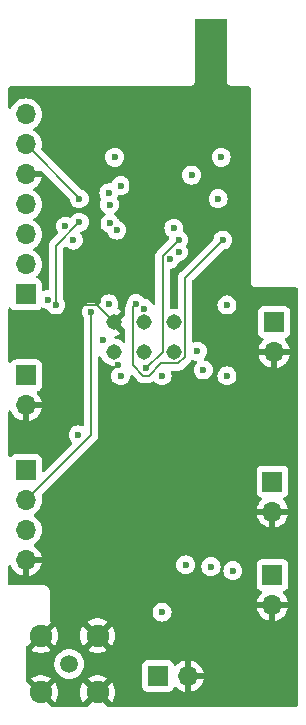
<source format=gbr>
%TF.GenerationSoftware,KiCad,Pcbnew,8.0.3-1.fc40*%
%TF.CreationDate,2024-06-24T14:15:41-04:00*%
%TF.ProjectId,OS42Micro,4f533432-4d69-4637-926f-2e6b69636164,rev?*%
%TF.SameCoordinates,Original*%
%TF.FileFunction,Copper,L3,Inr*%
%TF.FilePolarity,Positive*%
%FSLAX46Y46*%
G04 Gerber Fmt 4.6, Leading zero omitted, Abs format (unit mm)*
G04 Created by KiCad (PCBNEW 8.0.3-1.fc40) date 2024-06-24 14:15:41*
%MOMM*%
%LPD*%
G01*
G04 APERTURE LIST*
%TA.AperFunction,ComponentPad*%
%ADD10R,1.700000X1.700000*%
%TD*%
%TA.AperFunction,ComponentPad*%
%ADD11O,1.700000X1.700000*%
%TD*%
%TA.AperFunction,ComponentPad*%
%ADD12C,1.508000*%
%TD*%
%TA.AperFunction,ComponentPad*%
%ADD13C,1.920000*%
%TD*%
%TA.AperFunction,ComponentPad*%
%ADD14C,1.308000*%
%TD*%
%TA.AperFunction,ViaPad*%
%ADD15C,0.600000*%
%TD*%
%TA.AperFunction,Conductor*%
%ADD16C,0.200000*%
%TD*%
G04 APERTURE END LIST*
D10*
%TO.N,RESET*%
%TO.C,RST1*%
X134000000Y-125960000D03*
D11*
%TO.N,GND*%
X134000000Y-128500000D03*
%TD*%
D10*
%TO.N,VCC*%
%TO.C,PO1*%
X154850000Y-142850000D03*
D11*
%TO.N,GND*%
X154850000Y-145390000D03*
%TD*%
D10*
%TO.N,GPSFREEZE_1*%
%TO.C,GF1*%
X155000000Y-121460000D03*
D11*
%TO.N,GND*%
X155000000Y-124000000D03*
%TD*%
D10*
%TO.N,PWRIN_VCC*%
%TO.C,PWR1*%
X145150000Y-151425000D03*
D11*
%TO.N,GND*%
X147690000Y-151425000D03*
%TD*%
D10*
%TO.N,A4*%
%TO.C,GPIO1*%
X133975000Y-119100000D03*
D11*
%TO.N,A5*%
X133975000Y-116560000D03*
%TO.N,A3*%
X133975000Y-114020000D03*
%TO.N,D4*%
X133975000Y-111480000D03*
%TO.N,GND*%
X133975000Y-108940000D03*
%TO.N,D1*%
X133975000Y-106400000D03*
%TO.N,D0*%
X133975000Y-103860000D03*
%TD*%
D12*
%TO.N,Net-(U2-ANT)*%
%TO.C,J5*%
X137637500Y-150400000D03*
D13*
%TO.N,GND*%
X135237500Y-148000000D03*
X135237500Y-152800000D03*
X140037500Y-152800000D03*
X140037500Y-148000000D03*
%TD*%
D10*
%TO.N,VCC*%
%TO.C,PO2*%
X154850000Y-134950000D03*
D11*
%TO.N,GND*%
X154850000Y-137490000D03*
%TD*%
D10*
%TO.N,PWRIN_VCC*%
%TO.C,UART1*%
X134000000Y-133960000D03*
D11*
%TO.N,RXD*%
X134000000Y-136500000D03*
%TO.N,TXD*%
X134000000Y-139040000D03*
%TO.N,GND*%
X134000000Y-141580000D03*
%TD*%
D14*
%TO.N,GND*%
%TO.C,U5*%
X141420000Y-121460000D03*
%TO.N,MISO*%
X146500000Y-124000000D03*
%TO.N,MOSI*%
X143960000Y-121460000D03*
%TO.N,RESET*%
X141420000Y-124000000D03*
%TO.N,SCK*%
X143960000Y-124000000D03*
%TO.N,VCC_PROG*%
X146500000Y-121460000D03*
%TD*%
D15*
%TO.N,GND*%
X142400000Y-150600000D03*
X137000000Y-107900000D03*
X141500000Y-138000000D03*
X148600000Y-132200000D03*
X142991263Y-109900001D03*
X148600000Y-139200000D03*
X142600000Y-153200000D03*
X141200000Y-105800000D03*
X144000000Y-114000000D03*
X137600000Y-152800000D03*
X152800000Y-127200000D03*
X140325735Y-138674265D03*
X149400000Y-148800000D03*
X152500000Y-129000000D03*
X151800000Y-105800000D03*
X155000000Y-147500000D03*
X140053554Y-119653554D03*
X139400000Y-106400000D03*
X156500000Y-126000000D03*
X144600000Y-107000000D03*
X137500000Y-119500000D03*
X152000000Y-124600000D03*
X141774000Y-125098365D03*
X137600000Y-141400000D03*
X135000000Y-150200000D03*
X156500000Y-119000000D03*
X149000000Y-153400000D03*
X153500000Y-119000000D03*
X140500000Y-141800000D03*
X148200000Y-105800000D03*
X135300000Y-121600000D03*
X156500000Y-132500000D03*
X142800000Y-148200000D03*
X151800000Y-112000000D03*
X152500000Y-101800000D03*
X137400000Y-138200000D03*
X152500000Y-136000000D03*
X150400000Y-146800000D03*
X138200000Y-105500000D03*
X142800000Y-146600000D03*
X154000000Y-141000000D03*
X153500000Y-132000000D03*
X156500000Y-130500000D03*
X156500000Y-127000000D03*
X148465641Y-101443761D03*
X151400000Y-133800000D03*
X143500000Y-115500000D03*
X140000000Y-150400000D03*
X139600000Y-108400000D03*
%TO.N,VCC*%
X149000000Y-125500000D03*
X145500000Y-146000000D03*
X150500000Y-107500000D03*
X151000000Y-126000000D03*
X148500000Y-123925000D03*
X151000000Y-120000000D03*
%TO.N,Net-(U4-AREF)*%
X150647500Y-114500000D03*
X143323340Y-119893249D03*
%TO.N,VCC_PROG*%
X148000000Y-109000000D03*
X146146000Y-116124265D03*
%TO.N,Net-(D2-A)*%
X144008042Y-120306997D03*
X140500000Y-123000000D03*
%TO.N,RXD*%
X139500000Y-120600000D03*
X141098529Y-113098529D03*
%TO.N,TXD*%
X141000000Y-119900000D03*
X141664216Y-113664216D03*
%TO.N,RESET*%
X138500000Y-113000000D03*
X136500000Y-120000000D03*
%TO.N,A4*%
X138000000Y-114500000D03*
%TO.N,A5*%
X137325735Y-113325735D03*
%TO.N,D4*%
X142000000Y-109900000D03*
%TO.N,D1*%
X138500000Y-111000000D03*
%TO.N,BATTREAD*%
X135834358Y-119556239D03*
X138400000Y-131000000D03*
%TO.N,NSS*%
X146900000Y-114500000D03*
X144124265Y-125375735D03*
%TO.N,Net-(U4-PD6)*%
X141056413Y-111494707D03*
%TO.N,MOSI*%
X146900000Y-115500000D03*
%TO.N,SCK*%
X145500000Y-126000000D03*
%TO.N,RESET_TX*%
X142000000Y-126000000D03*
X146500000Y-113500000D03*
%TO.N,DIO2*%
X150247500Y-111000000D03*
X151500000Y-142500000D03*
%TO.N,DIO1*%
X149647500Y-142147500D03*
X141500000Y-107500000D03*
%TO.N,DIO0*%
X141000000Y-110500000D03*
X147500000Y-142000000D03*
%TD*%
D16*
%TO.N,GND*%
X137500000Y-119500000D02*
X138000000Y-120000000D01*
X138000000Y-120000000D02*
X139960000Y-120000000D01*
X139960000Y-120000000D02*
X139960000Y-119747108D01*
X139960000Y-119747108D02*
X140053554Y-119653554D01*
X139960000Y-120000000D02*
X141420000Y-121460000D01*
%TO.N,Net-(U4-AREF)*%
X150647500Y-114500000D02*
X147454000Y-117693500D01*
X143875736Y-125975735D02*
X143006000Y-125105999D01*
X143006000Y-125105999D02*
X143006000Y-120210589D01*
X147454000Y-117693500D02*
X147454000Y-124395160D01*
X145394529Y-124954000D02*
X144372794Y-125975735D01*
X146895160Y-124954000D02*
X145394529Y-124954000D01*
X144372794Y-125975735D02*
X143875736Y-125975735D01*
X147454000Y-124395160D02*
X146895160Y-124954000D01*
X143006000Y-120210589D02*
X143323340Y-119893249D01*
%TO.N,RXD*%
X134000000Y-136500000D02*
X139500000Y-131000000D01*
X139500000Y-131000000D02*
X139500000Y-120600000D01*
%TO.N,RESET*%
X136500000Y-120000000D02*
X136500000Y-115000000D01*
X136500000Y-115000000D02*
X138500000Y-113000000D01*
%TO.N,D1*%
X138500000Y-110925000D02*
X138500000Y-111000000D01*
X133975000Y-106400000D02*
X138500000Y-110925000D01*
%TO.N,NSS*%
X145546000Y-115854000D02*
X146900000Y-114500000D01*
X145546000Y-123954000D02*
X145546000Y-115854000D01*
X144124265Y-125375735D02*
X145546000Y-123954000D01*
%TD*%
%TA.AperFunction,Conductor*%
%TO.N,GND*%
G36*
X150942539Y-95770185D02*
G01*
X150988294Y-95822989D01*
X150999500Y-95874500D01*
X150999500Y-101065891D01*
X151033608Y-101193187D01*
X151066554Y-101250250D01*
X151099500Y-101307314D01*
X151192686Y-101400500D01*
X151306814Y-101466392D01*
X151434108Y-101500500D01*
X152875500Y-101500500D01*
X152942539Y-101520185D01*
X152988294Y-101572989D01*
X152999500Y-101624500D01*
X152999500Y-118065891D01*
X153033608Y-118193187D01*
X153038771Y-118202129D01*
X153099500Y-118307314D01*
X153192686Y-118400500D01*
X153306814Y-118466392D01*
X153434108Y-118500500D01*
X156875500Y-118500500D01*
X156942539Y-118520185D01*
X156988294Y-118572989D01*
X156999500Y-118624500D01*
X156999500Y-153875500D01*
X156979815Y-153942539D01*
X156927011Y-153988294D01*
X156875500Y-153999500D01*
X140934809Y-153999500D01*
X140867770Y-153979815D01*
X140847128Y-153963181D01*
X140277335Y-153393388D01*
X140340654Y-153367161D01*
X140445476Y-153297121D01*
X140534621Y-153207976D01*
X140604661Y-153103154D01*
X140630888Y-153039835D01*
X141232035Y-153640983D01*
X141325934Y-153497262D01*
X141325935Y-153497260D01*
X141423126Y-153275684D01*
X141482523Y-153041128D01*
X141502504Y-152800005D01*
X141502504Y-152799994D01*
X141482523Y-152558871D01*
X141423126Y-152324315D01*
X141325932Y-152102733D01*
X141232035Y-151959015D01*
X140630887Y-152560163D01*
X140604661Y-152496846D01*
X140534621Y-152392024D01*
X140445476Y-152302879D01*
X140340654Y-152232839D01*
X140277335Y-152206611D01*
X140879052Y-151604893D01*
X140838778Y-151573546D01*
X140625986Y-151458388D01*
X140625981Y-151458386D01*
X140397140Y-151379825D01*
X140158478Y-151340000D01*
X139916522Y-151340000D01*
X139677859Y-151379825D01*
X139449018Y-151458386D01*
X139449013Y-151458388D01*
X139236221Y-151573547D01*
X139195946Y-151604893D01*
X139195945Y-151604893D01*
X139797664Y-152206611D01*
X139734346Y-152232839D01*
X139629524Y-152302879D01*
X139540379Y-152392024D01*
X139470339Y-152496846D01*
X139444112Y-152560164D01*
X138842963Y-151959015D01*
X138749066Y-152102735D01*
X138651873Y-152324315D01*
X138592476Y-152558871D01*
X138572496Y-152799994D01*
X138572496Y-152800005D01*
X138592476Y-153041128D01*
X138651873Y-153275684D01*
X138749065Y-153497261D01*
X138842963Y-153640983D01*
X139444111Y-153039834D01*
X139470339Y-153103154D01*
X139540379Y-153207976D01*
X139629524Y-153297121D01*
X139734346Y-153367161D01*
X139797664Y-153393388D01*
X139227871Y-153963181D01*
X139166548Y-153996666D01*
X139140190Y-153999500D01*
X136134809Y-153999500D01*
X136067770Y-153979815D01*
X136047128Y-153963181D01*
X135477335Y-153393388D01*
X135540654Y-153367161D01*
X135645476Y-153297121D01*
X135734621Y-153207976D01*
X135804661Y-153103154D01*
X135830887Y-153039835D01*
X136432035Y-153640983D01*
X136525934Y-153497262D01*
X136525935Y-153497260D01*
X136623126Y-153275684D01*
X136682523Y-153041128D01*
X136702504Y-152800005D01*
X136702504Y-152799994D01*
X136682523Y-152558871D01*
X136623126Y-152324315D01*
X136525932Y-152102733D01*
X136432035Y-151959015D01*
X135830887Y-152560163D01*
X135804661Y-152496846D01*
X135734621Y-152392024D01*
X135645476Y-152302879D01*
X135540654Y-152232839D01*
X135477335Y-152206611D01*
X136079052Y-151604893D01*
X136038778Y-151573546D01*
X135825986Y-151458388D01*
X135825981Y-151458386D01*
X135597140Y-151379825D01*
X135358478Y-151340000D01*
X135116522Y-151340000D01*
X134877859Y-151379825D01*
X134649018Y-151458386D01*
X134649013Y-151458388D01*
X134436221Y-151573547D01*
X134395946Y-151604893D01*
X134395945Y-151604893D01*
X134997664Y-152206611D01*
X134934346Y-152232839D01*
X134829524Y-152302879D01*
X134740379Y-152392024D01*
X134670339Y-152496846D01*
X134644111Y-152560164D01*
X134036819Y-151952872D01*
X134003334Y-151891549D01*
X134000500Y-151865191D01*
X134000500Y-150399997D01*
X136378208Y-150399997D01*
X136378208Y-150400002D01*
X136390668Y-150542431D01*
X136397339Y-150618674D01*
X136454153Y-150830703D01*
X136454154Y-150830706D01*
X136454155Y-150830708D01*
X136546919Y-151029642D01*
X136546923Y-151029650D01*
X136672822Y-151209452D01*
X136672827Y-151209458D01*
X136828041Y-151364672D01*
X136828047Y-151364677D01*
X137007849Y-151490576D01*
X137007851Y-151490577D01*
X137007854Y-151490579D01*
X137206797Y-151583347D01*
X137418826Y-151640161D01*
X137575021Y-151653826D01*
X137637498Y-151659292D01*
X137637500Y-151659292D01*
X137637502Y-151659292D01*
X137692168Y-151654509D01*
X137856174Y-151640161D01*
X138068203Y-151583347D01*
X138267146Y-151490579D01*
X138446957Y-151364674D01*
X138602174Y-151209457D01*
X138728079Y-151029646D01*
X138820847Y-150830703D01*
X138877661Y-150618674D01*
X138885669Y-150527135D01*
X143799500Y-150527135D01*
X143799500Y-152322870D01*
X143799501Y-152322876D01*
X143805908Y-152382483D01*
X143856202Y-152517328D01*
X143856206Y-152517335D01*
X143942452Y-152632544D01*
X143942455Y-152632547D01*
X144057664Y-152718793D01*
X144057671Y-152718797D01*
X144192517Y-152769091D01*
X144192516Y-152769091D01*
X144199444Y-152769835D01*
X144252127Y-152775500D01*
X146047872Y-152775499D01*
X146107483Y-152769091D01*
X146242331Y-152718796D01*
X146357546Y-152632546D01*
X146443796Y-152517331D01*
X146493002Y-152385401D01*
X146534872Y-152329468D01*
X146600337Y-152305050D01*
X146668610Y-152319901D01*
X146696865Y-152341053D01*
X146818917Y-152463105D01*
X147012421Y-152598600D01*
X147226507Y-152698429D01*
X147226516Y-152698433D01*
X147440000Y-152755634D01*
X147440000Y-151858012D01*
X147497007Y-151890925D01*
X147624174Y-151925000D01*
X147755826Y-151925000D01*
X147882993Y-151890925D01*
X147940000Y-151858012D01*
X147940000Y-152755633D01*
X148153483Y-152698433D01*
X148153492Y-152698429D01*
X148367578Y-152598600D01*
X148561082Y-152463105D01*
X148728105Y-152296082D01*
X148863600Y-152102578D01*
X148963429Y-151888492D01*
X148963432Y-151888486D01*
X149020636Y-151675000D01*
X148123012Y-151675000D01*
X148155925Y-151617993D01*
X148190000Y-151490826D01*
X148190000Y-151359174D01*
X148155925Y-151232007D01*
X148123012Y-151175000D01*
X149020636Y-151175000D01*
X149020635Y-151174999D01*
X148963432Y-150961513D01*
X148963429Y-150961507D01*
X148863600Y-150747422D01*
X148863599Y-150747420D01*
X148728113Y-150553926D01*
X148728108Y-150553920D01*
X148561082Y-150386894D01*
X148367578Y-150251399D01*
X148153492Y-150151570D01*
X148153486Y-150151567D01*
X147940000Y-150094364D01*
X147940000Y-150991988D01*
X147882993Y-150959075D01*
X147755826Y-150925000D01*
X147624174Y-150925000D01*
X147497007Y-150959075D01*
X147440000Y-150991988D01*
X147440000Y-150094364D01*
X147439999Y-150094364D01*
X147226513Y-150151567D01*
X147226507Y-150151570D01*
X147012422Y-150251399D01*
X147012420Y-150251400D01*
X146818926Y-150386886D01*
X146696865Y-150508947D01*
X146635542Y-150542431D01*
X146565850Y-150537447D01*
X146509917Y-150495575D01*
X146493002Y-150464598D01*
X146443797Y-150332671D01*
X146443793Y-150332664D01*
X146357547Y-150217455D01*
X146357544Y-150217452D01*
X146242335Y-150131206D01*
X146242328Y-150131202D01*
X146107482Y-150080908D01*
X146107483Y-150080908D01*
X146047883Y-150074501D01*
X146047881Y-150074500D01*
X146047873Y-150074500D01*
X146047864Y-150074500D01*
X144252129Y-150074500D01*
X144252123Y-150074501D01*
X144192516Y-150080908D01*
X144057671Y-150131202D01*
X144057664Y-150131206D01*
X143942455Y-150217452D01*
X143942452Y-150217455D01*
X143856206Y-150332664D01*
X143856202Y-150332671D01*
X143805908Y-150467517D01*
X143799501Y-150527116D01*
X143799500Y-150527135D01*
X138885669Y-150527135D01*
X138896792Y-150400000D01*
X138895645Y-150386894D01*
X138889617Y-150317997D01*
X138877661Y-150181326D01*
X138820847Y-149969297D01*
X138728079Y-149770354D01*
X138728077Y-149770351D01*
X138728076Y-149770349D01*
X138602177Y-149590547D01*
X138602172Y-149590541D01*
X138446958Y-149435327D01*
X138446952Y-149435322D01*
X138267150Y-149309423D01*
X138267142Y-149309419D01*
X138068208Y-149216655D01*
X138068206Y-149216654D01*
X138068203Y-149216653D01*
X137917385Y-149176240D01*
X137856175Y-149159839D01*
X137856168Y-149159838D01*
X137637502Y-149140708D01*
X137637498Y-149140708D01*
X137418831Y-149159838D01*
X137418824Y-149159839D01*
X137296402Y-149192642D01*
X137206797Y-149216653D01*
X137206795Y-149216653D01*
X137206791Y-149216655D01*
X137007857Y-149309419D01*
X137007849Y-149309423D01*
X136828047Y-149435322D01*
X136828041Y-149435327D01*
X136672827Y-149590541D01*
X136672822Y-149590547D01*
X136546923Y-149770349D01*
X136546919Y-149770357D01*
X136454155Y-149969291D01*
X136397339Y-150181324D01*
X136397338Y-150181331D01*
X136378208Y-150399997D01*
X134000500Y-150399997D01*
X134000500Y-148934808D01*
X134020185Y-148867769D01*
X134036819Y-148847127D01*
X134644111Y-148239834D01*
X134670339Y-148303154D01*
X134740379Y-148407976D01*
X134829524Y-148497121D01*
X134934346Y-148567161D01*
X134997664Y-148593387D01*
X134395946Y-149195105D01*
X134436220Y-149226452D01*
X134649013Y-149341611D01*
X134649018Y-149341613D01*
X134877859Y-149420174D01*
X135116522Y-149460000D01*
X135358478Y-149460000D01*
X135597140Y-149420174D01*
X135825981Y-149341613D01*
X135825986Y-149341611D01*
X136038784Y-149226449D01*
X136038785Y-149226448D01*
X136079052Y-149195106D01*
X136079053Y-149195105D01*
X135477335Y-148593388D01*
X135540654Y-148567161D01*
X135645476Y-148497121D01*
X135734621Y-148407976D01*
X135804661Y-148303154D01*
X135830887Y-148239835D01*
X136432035Y-148840983D01*
X136525934Y-148697262D01*
X136525935Y-148697260D01*
X136623126Y-148475684D01*
X136682523Y-148241128D01*
X136702504Y-148000005D01*
X136702504Y-147999994D01*
X138572496Y-147999994D01*
X138572496Y-148000005D01*
X138592476Y-148241128D01*
X138651873Y-148475684D01*
X138749065Y-148697261D01*
X138842963Y-148840983D01*
X139444111Y-148239834D01*
X139470339Y-148303154D01*
X139540379Y-148407976D01*
X139629524Y-148497121D01*
X139734346Y-148567161D01*
X139797664Y-148593387D01*
X139195946Y-149195105D01*
X139236220Y-149226452D01*
X139449013Y-149341611D01*
X139449018Y-149341613D01*
X139677859Y-149420174D01*
X139916522Y-149460000D01*
X140158478Y-149460000D01*
X140397140Y-149420174D01*
X140625981Y-149341613D01*
X140625986Y-149341611D01*
X140838784Y-149226449D01*
X140838785Y-149226448D01*
X140879052Y-149195106D01*
X140879053Y-149195105D01*
X140277335Y-148593388D01*
X140340654Y-148567161D01*
X140445476Y-148497121D01*
X140534621Y-148407976D01*
X140604661Y-148303154D01*
X140630888Y-148239835D01*
X141232035Y-148840983D01*
X141325934Y-148697262D01*
X141325935Y-148697260D01*
X141423126Y-148475684D01*
X141482523Y-148241128D01*
X141502504Y-148000005D01*
X141502504Y-147999994D01*
X141482523Y-147758871D01*
X141423126Y-147524315D01*
X141325932Y-147302733D01*
X141232035Y-147159015D01*
X140630887Y-147760163D01*
X140604661Y-147696846D01*
X140534621Y-147592024D01*
X140445476Y-147502879D01*
X140340654Y-147432839D01*
X140277335Y-147406611D01*
X140879052Y-146804893D01*
X140838778Y-146773546D01*
X140625986Y-146658388D01*
X140625981Y-146658386D01*
X140397140Y-146579825D01*
X140158478Y-146540000D01*
X139916522Y-146540000D01*
X139677859Y-146579825D01*
X139449018Y-146658386D01*
X139449013Y-146658388D01*
X139236221Y-146773547D01*
X139195946Y-146804893D01*
X139195945Y-146804893D01*
X139797664Y-147406611D01*
X139734346Y-147432839D01*
X139629524Y-147502879D01*
X139540379Y-147592024D01*
X139470339Y-147696846D01*
X139444112Y-147760164D01*
X138842963Y-147159015D01*
X138749066Y-147302735D01*
X138651873Y-147524315D01*
X138592476Y-147758871D01*
X138572496Y-147999994D01*
X136702504Y-147999994D01*
X136682523Y-147758871D01*
X136623126Y-147524315D01*
X136525932Y-147302733D01*
X136432035Y-147159015D01*
X135830887Y-147760163D01*
X135804661Y-147696846D01*
X135734621Y-147592024D01*
X135645476Y-147502879D01*
X135540654Y-147432839D01*
X135477334Y-147406611D01*
X136079052Y-146804893D01*
X136038777Y-146773545D01*
X136034480Y-146770738D01*
X136035781Y-146768746D01*
X135993237Y-146726495D01*
X135978150Y-146658274D01*
X135982087Y-146634610D01*
X136000500Y-146565892D01*
X136000500Y-145999996D01*
X144694435Y-145999996D01*
X144694435Y-146000003D01*
X144714630Y-146179249D01*
X144714631Y-146179254D01*
X144774211Y-146349523D01*
X144823588Y-146428105D01*
X144870184Y-146502262D01*
X144997738Y-146629816D01*
X145150478Y-146725789D01*
X145152496Y-146726495D01*
X145320745Y-146785368D01*
X145320750Y-146785369D01*
X145499996Y-146805565D01*
X145500000Y-146805565D01*
X145500004Y-146805565D01*
X145679249Y-146785369D01*
X145679252Y-146785368D01*
X145679255Y-146785368D01*
X145849522Y-146725789D01*
X146002262Y-146629816D01*
X146129816Y-146502262D01*
X146225789Y-146349522D01*
X146285368Y-146179255D01*
X146297951Y-146067578D01*
X146305565Y-146000003D01*
X146305565Y-145999996D01*
X146285369Y-145820750D01*
X146285368Y-145820745D01*
X146225789Y-145650478D01*
X146129816Y-145497738D01*
X146002262Y-145370184D01*
X145929038Y-145324174D01*
X145849523Y-145274211D01*
X145679254Y-145214631D01*
X145679249Y-145214630D01*
X145500004Y-145194435D01*
X145499996Y-145194435D01*
X145320750Y-145214630D01*
X145320745Y-145214631D01*
X145150476Y-145274211D01*
X144997737Y-145370184D01*
X144870184Y-145497737D01*
X144774211Y-145650476D01*
X144714631Y-145820745D01*
X144714630Y-145820750D01*
X144694435Y-145999996D01*
X136000500Y-145999996D01*
X136000500Y-144184108D01*
X135966392Y-144056814D01*
X135900500Y-143942686D01*
X135807314Y-143849500D01*
X135734537Y-143807482D01*
X135693187Y-143783608D01*
X135629539Y-143766554D01*
X135565892Y-143749500D01*
X135565891Y-143749500D01*
X132624500Y-143749500D01*
X132557461Y-143729815D01*
X132511706Y-143677011D01*
X132500500Y-143625500D01*
X132500500Y-142118011D01*
X132520185Y-142050972D01*
X132572989Y-142005217D01*
X132642147Y-141995273D01*
X132705703Y-142024298D01*
X132736882Y-142065606D01*
X132826399Y-142257578D01*
X132961894Y-142451082D01*
X133128917Y-142618105D01*
X133322421Y-142753600D01*
X133536507Y-142853429D01*
X133536516Y-142853433D01*
X133750000Y-142910634D01*
X133750000Y-142013012D01*
X133807007Y-142045925D01*
X133934174Y-142080000D01*
X134065826Y-142080000D01*
X134192993Y-142045925D01*
X134250000Y-142013012D01*
X134250000Y-142910633D01*
X134463483Y-142853433D01*
X134463492Y-142853429D01*
X134677578Y-142753600D01*
X134871082Y-142618105D01*
X135038105Y-142451082D01*
X135173600Y-142257578D01*
X135273429Y-142043492D01*
X135273432Y-142043486D01*
X135285085Y-141999996D01*
X146694435Y-141999996D01*
X146694435Y-142000003D01*
X146714630Y-142179249D01*
X146714631Y-142179254D01*
X146774211Y-142349523D01*
X146838025Y-142451082D01*
X146870184Y-142502262D01*
X146997738Y-142629816D01*
X147150478Y-142725789D01*
X147297731Y-142777315D01*
X147320745Y-142785368D01*
X147320750Y-142785369D01*
X147499996Y-142805565D01*
X147500000Y-142805565D01*
X147500004Y-142805565D01*
X147679249Y-142785369D01*
X147679252Y-142785368D01*
X147679255Y-142785368D01*
X147849522Y-142725789D01*
X148002262Y-142629816D01*
X148129816Y-142502262D01*
X148225789Y-142349522D01*
X148285368Y-142179255D01*
X148285369Y-142179249D01*
X148288947Y-142147496D01*
X148841935Y-142147496D01*
X148841935Y-142147503D01*
X148862130Y-142326749D01*
X148862131Y-142326754D01*
X148921711Y-142497023D01*
X149005150Y-142629815D01*
X149017684Y-142649762D01*
X149145238Y-142777316D01*
X149297978Y-142873289D01*
X149404701Y-142910633D01*
X149468245Y-142932868D01*
X149468250Y-142932869D01*
X149647496Y-142953065D01*
X149647500Y-142953065D01*
X149647504Y-142953065D01*
X149826749Y-142932869D01*
X149826752Y-142932868D01*
X149826755Y-142932868D01*
X149997022Y-142873289D01*
X150149762Y-142777316D01*
X150277316Y-142649762D01*
X150371420Y-142499996D01*
X150694435Y-142499996D01*
X150694435Y-142500003D01*
X150714630Y-142679249D01*
X150714631Y-142679254D01*
X150774211Y-142849523D01*
X150812610Y-142910634D01*
X150870184Y-143002262D01*
X150997738Y-143129816D01*
X151150478Y-143225789D01*
X151320745Y-143285368D01*
X151320750Y-143285369D01*
X151499996Y-143305565D01*
X151500000Y-143305565D01*
X151500004Y-143305565D01*
X151679249Y-143285369D01*
X151679252Y-143285368D01*
X151679255Y-143285368D01*
X151849522Y-143225789D01*
X152002262Y-143129816D01*
X152129816Y-143002262D01*
X152225789Y-142849522D01*
X152285368Y-142679255D01*
X152288691Y-142649762D01*
X152305565Y-142500003D01*
X152305565Y-142499996D01*
X152285369Y-142320750D01*
X152285368Y-142320745D01*
X152263265Y-142257578D01*
X152225789Y-142150478D01*
X152223915Y-142147496D01*
X152131237Y-142000000D01*
X152129816Y-141997738D01*
X152084213Y-141952135D01*
X153499500Y-141952135D01*
X153499500Y-143747870D01*
X153499501Y-143747876D01*
X153505908Y-143807483D01*
X153556202Y-143942328D01*
X153556206Y-143942335D01*
X153642452Y-144057544D01*
X153642455Y-144057547D01*
X153757664Y-144143793D01*
X153757671Y-144143797D01*
X153757674Y-144143798D01*
X153889598Y-144193002D01*
X153945531Y-144234873D01*
X153969949Y-144300337D01*
X153955098Y-144368610D01*
X153933947Y-144396865D01*
X153811886Y-144518926D01*
X153676400Y-144712420D01*
X153676399Y-144712422D01*
X153576570Y-144926507D01*
X153576567Y-144926513D01*
X153519364Y-145139999D01*
X153519364Y-145140000D01*
X154416988Y-145140000D01*
X154384075Y-145197007D01*
X154350000Y-145324174D01*
X154350000Y-145455826D01*
X154384075Y-145582993D01*
X154416988Y-145640000D01*
X153519364Y-145640000D01*
X153576567Y-145853486D01*
X153576570Y-145853492D01*
X153676399Y-146067578D01*
X153811894Y-146261082D01*
X153978917Y-146428105D01*
X154172421Y-146563600D01*
X154386507Y-146663429D01*
X154386516Y-146663433D01*
X154600000Y-146720634D01*
X154600000Y-145823012D01*
X154657007Y-145855925D01*
X154784174Y-145890000D01*
X154915826Y-145890000D01*
X155042993Y-145855925D01*
X155100000Y-145823012D01*
X155100000Y-146720633D01*
X155313483Y-146663433D01*
X155313492Y-146663429D01*
X155527578Y-146563600D01*
X155721082Y-146428105D01*
X155888105Y-146261082D01*
X156023600Y-146067578D01*
X156123429Y-145853492D01*
X156123432Y-145853486D01*
X156180636Y-145640000D01*
X155283012Y-145640000D01*
X155315925Y-145582993D01*
X155350000Y-145455826D01*
X155350000Y-145324174D01*
X155315925Y-145197007D01*
X155283012Y-145140000D01*
X156180636Y-145140000D01*
X156180635Y-145139999D01*
X156123432Y-144926513D01*
X156123429Y-144926507D01*
X156023600Y-144712422D01*
X156023599Y-144712420D01*
X155888113Y-144518926D01*
X155888108Y-144518920D01*
X155766053Y-144396865D01*
X155732568Y-144335542D01*
X155737552Y-144265850D01*
X155779424Y-144209917D01*
X155810400Y-144193002D01*
X155942331Y-144143796D01*
X156057546Y-144057546D01*
X156143796Y-143942331D01*
X156194091Y-143807483D01*
X156200500Y-143747873D01*
X156200499Y-141952128D01*
X156194091Y-141892517D01*
X156185761Y-141870184D01*
X156143797Y-141757671D01*
X156143793Y-141757664D01*
X156057547Y-141642455D01*
X156057544Y-141642452D01*
X155942335Y-141556206D01*
X155942328Y-141556202D01*
X155807482Y-141505908D01*
X155807483Y-141505908D01*
X155747883Y-141499501D01*
X155747881Y-141499500D01*
X155747873Y-141499500D01*
X155747864Y-141499500D01*
X153952129Y-141499500D01*
X153952123Y-141499501D01*
X153892516Y-141505908D01*
X153757671Y-141556202D01*
X153757664Y-141556206D01*
X153642455Y-141642452D01*
X153642452Y-141642455D01*
X153556206Y-141757664D01*
X153556202Y-141757671D01*
X153505908Y-141892517D01*
X153499501Y-141952116D01*
X153499501Y-141952123D01*
X153499500Y-141952135D01*
X152084213Y-141952135D01*
X152002262Y-141870184D01*
X151938310Y-141830000D01*
X151849523Y-141774211D01*
X151679254Y-141714631D01*
X151679249Y-141714630D01*
X151500004Y-141694435D01*
X151499996Y-141694435D01*
X151320750Y-141714630D01*
X151320745Y-141714631D01*
X151150476Y-141774211D01*
X150997737Y-141870184D01*
X150870184Y-141997737D01*
X150774211Y-142150476D01*
X150714631Y-142320745D01*
X150714630Y-142320750D01*
X150694435Y-142499996D01*
X150371420Y-142499996D01*
X150373289Y-142497022D01*
X150432868Y-142326755D01*
X150433545Y-142320745D01*
X150453065Y-142147503D01*
X150453065Y-142147496D01*
X150432869Y-141968250D01*
X150432868Y-141968245D01*
X150427224Y-141952116D01*
X150373289Y-141797978D01*
X150277316Y-141645238D01*
X150149762Y-141517684D01*
X150120824Y-141499501D01*
X149997023Y-141421711D01*
X149826754Y-141362131D01*
X149826749Y-141362130D01*
X149647504Y-141341935D01*
X149647496Y-141341935D01*
X149468250Y-141362130D01*
X149468245Y-141362131D01*
X149297976Y-141421711D01*
X149145237Y-141517684D01*
X149017684Y-141645237D01*
X148921711Y-141797976D01*
X148862131Y-141968245D01*
X148862130Y-141968250D01*
X148841935Y-142147496D01*
X148288947Y-142147496D01*
X148305565Y-142000003D01*
X148305565Y-141999996D01*
X148285369Y-141820750D01*
X148285368Y-141820745D01*
X148225788Y-141650476D01*
X148134950Y-141505909D01*
X148129816Y-141497738D01*
X148002262Y-141370184D01*
X147938308Y-141329999D01*
X147849523Y-141274211D01*
X147679254Y-141214631D01*
X147679249Y-141214630D01*
X147500004Y-141194435D01*
X147499996Y-141194435D01*
X147320750Y-141214630D01*
X147320745Y-141214631D01*
X147150476Y-141274211D01*
X146997737Y-141370184D01*
X146870184Y-141497737D01*
X146774211Y-141650476D01*
X146714631Y-141820745D01*
X146714630Y-141820750D01*
X146694435Y-141999996D01*
X135285085Y-141999996D01*
X135330636Y-141830000D01*
X134433012Y-141830000D01*
X134465925Y-141772993D01*
X134500000Y-141645826D01*
X134500000Y-141514174D01*
X134465925Y-141387007D01*
X134433012Y-141330000D01*
X135330636Y-141330000D01*
X135330635Y-141329999D01*
X135273432Y-141116513D01*
X135273429Y-141116507D01*
X135173600Y-140902422D01*
X135173599Y-140902420D01*
X135038113Y-140708926D01*
X135038108Y-140708920D01*
X134871078Y-140541890D01*
X134685405Y-140411879D01*
X134641780Y-140357302D01*
X134634588Y-140287804D01*
X134666110Y-140225449D01*
X134685406Y-140208730D01*
X134871401Y-140078495D01*
X135038495Y-139911401D01*
X135174035Y-139717830D01*
X135273903Y-139503663D01*
X135335063Y-139275408D01*
X135355659Y-139040000D01*
X135335063Y-138804592D01*
X135286888Y-138624799D01*
X135273905Y-138576344D01*
X135273904Y-138576343D01*
X135273903Y-138576337D01*
X135174035Y-138362171D01*
X135173273Y-138361082D01*
X135038494Y-138168597D01*
X134871402Y-138001506D01*
X134871396Y-138001501D01*
X134685842Y-137871575D01*
X134642217Y-137816998D01*
X134635023Y-137747500D01*
X134666546Y-137685145D01*
X134685842Y-137668425D01*
X134708026Y-137652891D01*
X134871401Y-137538495D01*
X135038495Y-137371401D01*
X135174035Y-137177830D01*
X135273903Y-136963663D01*
X135335063Y-136735408D01*
X135355659Y-136500000D01*
X135335063Y-136264592D01*
X135300671Y-136136239D01*
X135302334Y-136066393D01*
X135332763Y-136016470D01*
X137297099Y-134052135D01*
X153499500Y-134052135D01*
X153499500Y-135847870D01*
X153499501Y-135847876D01*
X153505908Y-135907483D01*
X153556202Y-136042328D01*
X153556206Y-136042335D01*
X153642452Y-136157544D01*
X153642455Y-136157547D01*
X153757664Y-136243793D01*
X153757671Y-136243797D01*
X153757674Y-136243798D01*
X153889598Y-136293002D01*
X153945531Y-136334873D01*
X153969949Y-136400337D01*
X153955098Y-136468610D01*
X153933947Y-136496865D01*
X153811886Y-136618926D01*
X153676400Y-136812420D01*
X153676399Y-136812422D01*
X153576570Y-137026507D01*
X153576567Y-137026513D01*
X153519364Y-137239999D01*
X153519364Y-137240000D01*
X154416988Y-137240000D01*
X154384075Y-137297007D01*
X154350000Y-137424174D01*
X154350000Y-137555826D01*
X154384075Y-137682993D01*
X154416988Y-137740000D01*
X153519364Y-137740000D01*
X153576567Y-137953486D01*
X153576570Y-137953492D01*
X153676399Y-138167578D01*
X153811894Y-138361082D01*
X153978917Y-138528105D01*
X154172421Y-138663600D01*
X154386507Y-138763429D01*
X154386516Y-138763433D01*
X154600000Y-138820634D01*
X154600000Y-137923012D01*
X154657007Y-137955925D01*
X154784174Y-137990000D01*
X154915826Y-137990000D01*
X155042993Y-137955925D01*
X155100000Y-137923012D01*
X155100000Y-138820633D01*
X155313483Y-138763433D01*
X155313492Y-138763429D01*
X155527578Y-138663600D01*
X155721082Y-138528105D01*
X155888105Y-138361082D01*
X156023600Y-138167578D01*
X156123429Y-137953492D01*
X156123432Y-137953486D01*
X156180636Y-137740000D01*
X155283012Y-137740000D01*
X155315925Y-137682993D01*
X155350000Y-137555826D01*
X155350000Y-137424174D01*
X155315925Y-137297007D01*
X155283012Y-137240000D01*
X156180636Y-137240000D01*
X156180635Y-137239999D01*
X156123432Y-137026513D01*
X156123429Y-137026507D01*
X156023600Y-136812422D01*
X156023599Y-136812420D01*
X155888113Y-136618926D01*
X155888108Y-136618920D01*
X155766053Y-136496865D01*
X155732568Y-136435542D01*
X155737552Y-136365850D01*
X155779424Y-136309917D01*
X155810400Y-136293002D01*
X155942331Y-136243796D01*
X156057546Y-136157546D01*
X156143796Y-136042331D01*
X156194091Y-135907483D01*
X156200500Y-135847873D01*
X156200499Y-134052128D01*
X156194091Y-133992517D01*
X156143796Y-133857669D01*
X156143795Y-133857668D01*
X156143793Y-133857664D01*
X156057547Y-133742455D01*
X156057544Y-133742452D01*
X155942335Y-133656206D01*
X155942328Y-133656202D01*
X155807482Y-133605908D01*
X155807483Y-133605908D01*
X155747883Y-133599501D01*
X155747881Y-133599500D01*
X155747873Y-133599500D01*
X155747864Y-133599500D01*
X153952129Y-133599500D01*
X153952123Y-133599501D01*
X153892516Y-133605908D01*
X153757671Y-133656202D01*
X153757664Y-133656206D01*
X153642455Y-133742452D01*
X153642452Y-133742455D01*
X153556206Y-133857664D01*
X153556202Y-133857671D01*
X153505908Y-133992517D01*
X153505007Y-134000902D01*
X153499501Y-134052123D01*
X153499500Y-134052135D01*
X137297099Y-134052135D01*
X139980520Y-131368716D01*
X140059577Y-131231784D01*
X140100501Y-131079057D01*
X140100501Y-130920942D01*
X140100501Y-130913347D01*
X140100500Y-130913329D01*
X140100500Y-124466932D01*
X140120185Y-124399893D01*
X140172989Y-124354138D01*
X140242147Y-124344194D01*
X140305703Y-124373219D01*
X140334734Y-124414483D01*
X140336293Y-124413708D01*
X140433786Y-124609500D01*
X140434219Y-124610370D01*
X140563159Y-124781114D01*
X140721278Y-124925258D01*
X140721283Y-124925261D01*
X140721286Y-124925263D01*
X140903186Y-125037891D01*
X140903187Y-125037891D01*
X140903190Y-125037893D01*
X141102703Y-125115185D01*
X141313020Y-125154500D01*
X141313022Y-125154500D01*
X141414060Y-125154500D01*
X141481099Y-125174185D01*
X141526854Y-125226989D01*
X141536798Y-125296147D01*
X141507773Y-125359703D01*
X141501741Y-125366181D01*
X141370184Y-125497737D01*
X141274211Y-125650476D01*
X141214631Y-125820745D01*
X141214630Y-125820750D01*
X141194435Y-125999996D01*
X141194435Y-126000003D01*
X141214630Y-126179249D01*
X141214631Y-126179254D01*
X141274211Y-126349523D01*
X141302778Y-126394986D01*
X141370184Y-126502262D01*
X141497738Y-126629816D01*
X141650478Y-126725789D01*
X141820745Y-126785368D01*
X141820750Y-126785369D01*
X141999996Y-126805565D01*
X142000000Y-126805565D01*
X142000004Y-126805565D01*
X142179249Y-126785369D01*
X142179252Y-126785368D01*
X142179255Y-126785368D01*
X142349522Y-126725789D01*
X142502262Y-126629816D01*
X142629816Y-126502262D01*
X142725789Y-126349522D01*
X142785368Y-126179255D01*
X142790939Y-126129816D01*
X142801565Y-126035498D01*
X142828631Y-125971084D01*
X142886225Y-125931529D01*
X142956062Y-125929390D01*
X143012466Y-125961700D01*
X143390875Y-126340109D01*
X143390885Y-126340120D01*
X143395215Y-126344450D01*
X143395216Y-126344451D01*
X143507020Y-126456255D01*
X143507022Y-126456256D01*
X143507026Y-126456259D01*
X143578178Y-126497338D01*
X143643952Y-126535312D01*
X143755755Y-126565269D01*
X143796678Y-126576235D01*
X143796679Y-126576235D01*
X144286125Y-126576235D01*
X144286141Y-126576236D01*
X144293737Y-126576236D01*
X144451848Y-126576236D01*
X144451851Y-126576236D01*
X144604579Y-126535312D01*
X144661823Y-126502262D01*
X144712082Y-126473244D01*
X144779978Y-126456772D01*
X144846005Y-126479623D01*
X144864993Y-126497604D01*
X144865260Y-126497338D01*
X144870184Y-126502262D01*
X144997738Y-126629816D01*
X145150478Y-126725789D01*
X145320745Y-126785368D01*
X145320750Y-126785369D01*
X145499996Y-126805565D01*
X145500000Y-126805565D01*
X145500004Y-126805565D01*
X145679249Y-126785369D01*
X145679252Y-126785368D01*
X145679255Y-126785368D01*
X145849522Y-126725789D01*
X146002262Y-126629816D01*
X146129816Y-126502262D01*
X146225789Y-126349522D01*
X146285368Y-126179255D01*
X146285369Y-126179249D01*
X146305565Y-126000003D01*
X146305565Y-125999996D01*
X146285369Y-125820750D01*
X146285366Y-125820737D01*
X146249926Y-125719455D01*
X146246364Y-125649676D01*
X146281092Y-125589049D01*
X146343086Y-125556821D01*
X146366967Y-125554500D01*
X146808491Y-125554500D01*
X146808507Y-125554501D01*
X146816103Y-125554501D01*
X146974214Y-125554501D01*
X146974217Y-125554501D01*
X147126945Y-125513577D01*
X147177064Y-125484639D01*
X147263876Y-125434520D01*
X147375680Y-125322716D01*
X147375680Y-125322714D01*
X147385888Y-125312507D01*
X147385890Y-125312504D01*
X147822713Y-124875681D01*
X147822716Y-124875680D01*
X147934520Y-124763876D01*
X147975554Y-124692799D01*
X148026119Y-124644585D01*
X148094725Y-124631360D01*
X148144024Y-124648143D01*
X148144205Y-124647769D01*
X148147294Y-124649257D01*
X148148922Y-124649811D01*
X148150478Y-124650789D01*
X148320745Y-124710368D01*
X148320749Y-124710369D01*
X148367577Y-124715645D01*
X148431991Y-124742711D01*
X148471546Y-124800306D01*
X148473684Y-124870142D01*
X148441376Y-124926546D01*
X148370183Y-124997739D01*
X148274211Y-125150476D01*
X148214631Y-125320745D01*
X148214630Y-125320750D01*
X148194435Y-125499996D01*
X148194435Y-125500003D01*
X148214630Y-125679249D01*
X148214631Y-125679254D01*
X148274211Y-125849523D01*
X148368760Y-125999996D01*
X148370184Y-126002262D01*
X148497738Y-126129816D01*
X148650478Y-126225789D01*
X148820745Y-126285368D01*
X148820750Y-126285369D01*
X148999996Y-126305565D01*
X149000000Y-126305565D01*
X149000004Y-126305565D01*
X149179249Y-126285369D01*
X149179252Y-126285368D01*
X149179255Y-126285368D01*
X149349522Y-126225789D01*
X149502262Y-126129816D01*
X149629816Y-126002262D01*
X149631240Y-125999996D01*
X150194435Y-125999996D01*
X150194435Y-126000003D01*
X150214630Y-126179249D01*
X150214631Y-126179254D01*
X150274211Y-126349523D01*
X150302778Y-126394986D01*
X150370184Y-126502262D01*
X150497738Y-126629816D01*
X150650478Y-126725789D01*
X150820745Y-126785368D01*
X150820750Y-126785369D01*
X150999996Y-126805565D01*
X151000000Y-126805565D01*
X151000004Y-126805565D01*
X151179249Y-126785369D01*
X151179252Y-126785368D01*
X151179255Y-126785368D01*
X151349522Y-126725789D01*
X151502262Y-126629816D01*
X151629816Y-126502262D01*
X151725789Y-126349522D01*
X151785368Y-126179255D01*
X151785369Y-126179249D01*
X151805565Y-126000003D01*
X151805565Y-125999996D01*
X151785369Y-125820750D01*
X151785368Y-125820745D01*
X151739000Y-125688234D01*
X151725789Y-125650478D01*
X151629816Y-125497738D01*
X151502262Y-125370184D01*
X151485582Y-125359703D01*
X151349523Y-125274211D01*
X151179254Y-125214631D01*
X151179249Y-125214630D01*
X151000004Y-125194435D01*
X150999996Y-125194435D01*
X150820750Y-125214630D01*
X150820745Y-125214631D01*
X150650476Y-125274211D01*
X150497737Y-125370184D01*
X150370184Y-125497737D01*
X150274211Y-125650476D01*
X150214631Y-125820745D01*
X150214630Y-125820750D01*
X150194435Y-125999996D01*
X149631240Y-125999996D01*
X149725789Y-125849522D01*
X149785368Y-125679255D01*
X149785369Y-125679249D01*
X149805565Y-125500003D01*
X149805565Y-125499996D01*
X149785369Y-125320750D01*
X149785368Y-125320745D01*
X149734084Y-125174185D01*
X149725789Y-125150478D01*
X149629816Y-124997738D01*
X149502262Y-124870184D01*
X149482198Y-124857577D01*
X149349523Y-124774211D01*
X149179252Y-124714631D01*
X149132420Y-124709354D01*
X149068007Y-124682287D01*
X149028452Y-124624692D01*
X149026315Y-124554855D01*
X149058621Y-124498456D01*
X149129816Y-124427262D01*
X149225789Y-124274522D01*
X149285368Y-124104255D01*
X149297115Y-124000000D01*
X149305565Y-123925003D01*
X149305565Y-123924996D01*
X149285369Y-123745750D01*
X149285368Y-123745745D01*
X149225788Y-123575476D01*
X149129815Y-123422737D01*
X149002262Y-123295184D01*
X148849523Y-123199211D01*
X148679254Y-123139631D01*
X148679249Y-123139630D01*
X148500004Y-123119435D01*
X148499996Y-123119435D01*
X148320750Y-123139630D01*
X148320742Y-123139632D01*
X148219454Y-123175074D01*
X148149675Y-123178635D01*
X148089048Y-123143906D01*
X148056821Y-123081912D01*
X148054500Y-123058032D01*
X148054500Y-119999996D01*
X150194435Y-119999996D01*
X150194435Y-120000003D01*
X150214630Y-120179249D01*
X150214631Y-120179254D01*
X150274211Y-120349523D01*
X150337658Y-120450498D01*
X150370184Y-120502262D01*
X150497738Y-120629816D01*
X150650478Y-120725789D01*
X150795948Y-120776691D01*
X150820745Y-120785368D01*
X150820750Y-120785369D01*
X150999996Y-120805565D01*
X151000000Y-120805565D01*
X151000004Y-120805565D01*
X151179249Y-120785369D01*
X151179252Y-120785368D01*
X151179255Y-120785368D01*
X151349522Y-120725789D01*
X151502262Y-120629816D01*
X151569943Y-120562135D01*
X153649500Y-120562135D01*
X153649500Y-122357870D01*
X153649501Y-122357876D01*
X153655908Y-122417483D01*
X153706202Y-122552328D01*
X153706206Y-122552335D01*
X153792452Y-122667544D01*
X153792455Y-122667547D01*
X153907664Y-122753793D01*
X153907671Y-122753797D01*
X153907674Y-122753798D01*
X154039598Y-122803002D01*
X154095531Y-122844873D01*
X154119949Y-122910337D01*
X154105098Y-122978610D01*
X154083947Y-123006865D01*
X153961886Y-123128926D01*
X153826400Y-123322420D01*
X153826399Y-123322422D01*
X153726570Y-123536507D01*
X153726567Y-123536513D01*
X153669364Y-123749999D01*
X153669364Y-123750000D01*
X154566988Y-123750000D01*
X154534075Y-123807007D01*
X154500000Y-123934174D01*
X154500000Y-124065826D01*
X154534075Y-124192993D01*
X154566988Y-124250000D01*
X153669364Y-124250000D01*
X153726567Y-124463486D01*
X153726570Y-124463492D01*
X153826399Y-124677578D01*
X153961894Y-124871082D01*
X154128917Y-125038105D01*
X154322421Y-125173600D01*
X154536507Y-125273429D01*
X154536516Y-125273433D01*
X154750000Y-125330634D01*
X154750000Y-124433012D01*
X154807007Y-124465925D01*
X154934174Y-124500000D01*
X155065826Y-124500000D01*
X155192993Y-124465925D01*
X155250000Y-124433012D01*
X155250000Y-125330633D01*
X155463483Y-125273433D01*
X155463492Y-125273429D01*
X155677578Y-125173600D01*
X155871082Y-125038105D01*
X156038105Y-124871082D01*
X156173600Y-124677578D01*
X156273429Y-124463492D01*
X156273432Y-124463486D01*
X156330636Y-124250000D01*
X155433012Y-124250000D01*
X155465925Y-124192993D01*
X155500000Y-124065826D01*
X155500000Y-123934174D01*
X155465925Y-123807007D01*
X155433012Y-123750000D01*
X156330636Y-123750000D01*
X156330635Y-123749999D01*
X156273432Y-123536513D01*
X156273429Y-123536507D01*
X156173600Y-123322422D01*
X156173599Y-123322420D01*
X156038113Y-123128926D01*
X156038108Y-123128920D01*
X155916053Y-123006865D01*
X155882568Y-122945542D01*
X155887552Y-122875850D01*
X155929424Y-122819917D01*
X155960400Y-122803002D01*
X156092331Y-122753796D01*
X156207546Y-122667546D01*
X156293796Y-122552331D01*
X156344091Y-122417483D01*
X156350500Y-122357873D01*
X156350499Y-120562128D01*
X156344091Y-120502517D01*
X156343995Y-120502260D01*
X156293797Y-120367671D01*
X156293793Y-120367664D01*
X156207547Y-120252455D01*
X156207544Y-120252452D01*
X156092335Y-120166206D01*
X156092328Y-120166202D01*
X155957482Y-120115908D01*
X155957483Y-120115908D01*
X155897883Y-120109501D01*
X155897881Y-120109500D01*
X155897873Y-120109500D01*
X155897864Y-120109500D01*
X154102129Y-120109500D01*
X154102123Y-120109501D01*
X154042516Y-120115908D01*
X153907671Y-120166202D01*
X153907664Y-120166206D01*
X153792455Y-120252452D01*
X153792452Y-120252455D01*
X153706206Y-120367664D01*
X153706202Y-120367671D01*
X153655908Y-120502517D01*
X153649501Y-120562116D01*
X153649501Y-120562123D01*
X153649500Y-120562135D01*
X151569943Y-120562135D01*
X151629816Y-120502262D01*
X151725789Y-120349522D01*
X151785368Y-120179255D01*
X151785369Y-120179249D01*
X151805565Y-120000003D01*
X151805565Y-119999996D01*
X151785369Y-119820750D01*
X151785368Y-119820745D01*
X151779766Y-119804735D01*
X151725789Y-119650478D01*
X151629816Y-119497738D01*
X151502262Y-119370184D01*
X151349523Y-119274211D01*
X151179254Y-119214631D01*
X151179249Y-119214630D01*
X151000004Y-119194435D01*
X150999996Y-119194435D01*
X150820750Y-119214630D01*
X150820745Y-119214631D01*
X150650476Y-119274211D01*
X150497737Y-119370184D01*
X150370184Y-119497737D01*
X150274211Y-119650476D01*
X150214631Y-119820745D01*
X150214630Y-119820750D01*
X150194435Y-119999996D01*
X148054500Y-119999996D01*
X148054500Y-117993596D01*
X148074185Y-117926557D01*
X148090814Y-117905920D01*
X150666035Y-115330698D01*
X150727356Y-115297215D01*
X150739811Y-115295163D01*
X150826755Y-115285368D01*
X150997022Y-115225789D01*
X151149762Y-115129816D01*
X151277316Y-115002262D01*
X151373289Y-114849522D01*
X151432868Y-114679255D01*
X151438273Y-114631284D01*
X151453065Y-114500003D01*
X151453065Y-114499996D01*
X151432869Y-114320750D01*
X151432868Y-114320745D01*
X151410007Y-114255413D01*
X151373289Y-114150478D01*
X151277316Y-113997738D01*
X151149762Y-113870184D01*
X150997023Y-113774211D01*
X150826754Y-113714631D01*
X150826749Y-113714630D01*
X150647504Y-113694435D01*
X150647496Y-113694435D01*
X150468250Y-113714630D01*
X150468245Y-113714631D01*
X150297976Y-113774211D01*
X150145237Y-113870184D01*
X150017684Y-113997737D01*
X149921710Y-114150478D01*
X149862130Y-114320750D01*
X149852337Y-114407668D01*
X149825270Y-114472082D01*
X149816798Y-114481465D01*
X147085286Y-117212978D01*
X146973481Y-117324782D01*
X146973479Y-117324785D01*
X146923361Y-117411594D01*
X146923359Y-117411596D01*
X146894425Y-117461709D01*
X146894424Y-117461710D01*
X146894423Y-117461715D01*
X146853499Y-117614443D01*
X146853499Y-117614445D01*
X146853499Y-117782546D01*
X146853500Y-117782559D01*
X146853500Y-120202255D01*
X146833815Y-120269294D01*
X146781011Y-120315049D01*
X146711853Y-120324993D01*
X146706730Y-120324146D01*
X146606980Y-120305500D01*
X146393020Y-120305500D01*
X146293283Y-120324143D01*
X146223770Y-120317113D01*
X146169091Y-120273615D01*
X146146609Y-120207461D01*
X146146500Y-120202255D01*
X146146500Y-117040586D01*
X146166185Y-116973547D01*
X146218989Y-116927792D01*
X146256612Y-116917366D01*
X146325255Y-116909633D01*
X146495522Y-116850054D01*
X146648262Y-116754081D01*
X146775816Y-116626527D01*
X146871789Y-116473787D01*
X146906177Y-116375509D01*
X146946897Y-116318735D01*
X147009332Y-116293246D01*
X147079255Y-116285368D01*
X147249522Y-116225789D01*
X147402262Y-116129816D01*
X147529816Y-116002262D01*
X147625789Y-115849522D01*
X147685368Y-115679255D01*
X147703142Y-115521505D01*
X147705565Y-115500003D01*
X147705565Y-115499996D01*
X147685369Y-115320750D01*
X147685368Y-115320745D01*
X147625788Y-115150475D01*
X147572691Y-115065973D01*
X147553690Y-114998736D01*
X147572691Y-114934027D01*
X147625788Y-114849524D01*
X147625789Y-114849522D01*
X147685368Y-114679255D01*
X147690773Y-114631284D01*
X147705565Y-114500003D01*
X147705565Y-114499996D01*
X147685369Y-114320750D01*
X147685368Y-114320745D01*
X147662507Y-114255413D01*
X147625789Y-114150478D01*
X147529816Y-113997738D01*
X147402262Y-113870184D01*
X147335397Y-113828169D01*
X147289107Y-113775836D01*
X147278459Y-113706783D01*
X147284330Y-113682219D01*
X147285368Y-113679255D01*
X147285819Y-113675258D01*
X147305565Y-113500003D01*
X147305565Y-113499996D01*
X147285369Y-113320750D01*
X147285368Y-113320745D01*
X147270333Y-113277778D01*
X147225789Y-113150478D01*
X147224608Y-113148599D01*
X147131237Y-113000000D01*
X147129816Y-112997738D01*
X147002262Y-112870184D01*
X146963718Y-112845965D01*
X146849523Y-112774211D01*
X146679254Y-112714631D01*
X146679249Y-112714630D01*
X146500004Y-112694435D01*
X146499996Y-112694435D01*
X146320750Y-112714630D01*
X146320745Y-112714631D01*
X146150476Y-112774211D01*
X145997737Y-112870184D01*
X145870184Y-112997737D01*
X145774211Y-113150476D01*
X145714631Y-113320745D01*
X145714630Y-113320750D01*
X145694435Y-113499996D01*
X145694435Y-113500003D01*
X145714630Y-113679249D01*
X145714631Y-113679254D01*
X145774211Y-113849523D01*
X145802420Y-113894417D01*
X145870184Y-114002262D01*
X145997738Y-114129816D01*
X146064600Y-114171828D01*
X146110891Y-114224163D01*
X146121539Y-114293216D01*
X146115673Y-114317767D01*
X146114632Y-114320742D01*
X146114631Y-114320746D01*
X146104837Y-114407668D01*
X146077770Y-114472082D01*
X146069298Y-114481465D01*
X145177286Y-115373478D01*
X145065481Y-115485282D01*
X145065477Y-115485287D01*
X145022632Y-115559499D01*
X145022632Y-115559500D01*
X144986423Y-115622214D01*
X144986423Y-115622215D01*
X144945499Y-115774943D01*
X144945499Y-115774945D01*
X144945499Y-115943046D01*
X144945500Y-115943059D01*
X144945500Y-119863930D01*
X144925815Y-119930969D01*
X144873011Y-119976724D01*
X144803853Y-119986668D01*
X144740297Y-119957643D01*
X144716506Y-119929902D01*
X144647921Y-119820750D01*
X144637858Y-119804735D01*
X144510304Y-119677181D01*
X144357563Y-119581207D01*
X144187291Y-119521627D01*
X144082997Y-119509876D01*
X144018583Y-119482809D01*
X143991887Y-119452628D01*
X143953156Y-119390987D01*
X143825602Y-119263433D01*
X143747936Y-119214632D01*
X143672863Y-119167460D01*
X143502594Y-119107880D01*
X143502589Y-119107879D01*
X143323344Y-119087684D01*
X143323336Y-119087684D01*
X143144090Y-119107879D01*
X143144085Y-119107880D01*
X142973816Y-119167460D01*
X142821077Y-119263433D01*
X142693524Y-119390986D01*
X142597550Y-119543727D01*
X142537970Y-119713999D01*
X142525994Y-119820287D01*
X142510165Y-119868396D01*
X142491925Y-119899993D01*
X142491921Y-119899999D01*
X142446424Y-119978800D01*
X142446423Y-119978801D01*
X142425341Y-120057483D01*
X142405499Y-120131532D01*
X142405499Y-120131534D01*
X142405499Y-120299635D01*
X142405500Y-120299648D01*
X142405500Y-120776691D01*
X142385815Y-120843730D01*
X142369181Y-120864372D01*
X141820000Y-121413553D01*
X141820000Y-121407339D01*
X141792741Y-121305606D01*
X141740080Y-121214394D01*
X141665606Y-121139920D01*
X141574394Y-121087259D01*
X141472661Y-121060000D01*
X141466447Y-121060000D01*
X142039912Y-120486533D01*
X141936586Y-120422556D01*
X141936585Y-120422555D01*
X141809505Y-120373325D01*
X141754104Y-120330752D01*
X141730513Y-120264985D01*
X141737257Y-120216747D01*
X141773481Y-120113224D01*
X141785367Y-120079259D01*
X141785369Y-120079249D01*
X141805565Y-119900003D01*
X141805565Y-119899993D01*
X141785369Y-119720750D01*
X141785368Y-119720745D01*
X141770124Y-119677181D01*
X141725789Y-119550478D01*
X141690864Y-119494896D01*
X141629815Y-119397737D01*
X141502262Y-119270184D01*
X141349523Y-119174211D01*
X141179254Y-119114631D01*
X141179249Y-119114630D01*
X141000004Y-119094435D01*
X140999996Y-119094435D01*
X140820750Y-119114630D01*
X140820745Y-119114631D01*
X140650476Y-119174211D01*
X140497737Y-119270184D01*
X140370184Y-119397737D01*
X140274211Y-119550476D01*
X140214631Y-119720745D01*
X140214630Y-119720749D01*
X140196439Y-119882206D01*
X140169372Y-119946620D01*
X140111778Y-119986175D01*
X140041941Y-119988312D01*
X140007247Y-119973316D01*
X139849523Y-119874211D01*
X139679254Y-119814631D01*
X139679249Y-119814630D01*
X139500004Y-119794435D01*
X139499996Y-119794435D01*
X139320750Y-119814630D01*
X139320745Y-119814631D01*
X139150476Y-119874211D01*
X138997737Y-119970184D01*
X138870184Y-120097737D01*
X138774211Y-120250476D01*
X138714631Y-120420745D01*
X138714630Y-120420750D01*
X138694435Y-120599996D01*
X138694435Y-120600003D01*
X138714630Y-120779249D01*
X138714631Y-120779254D01*
X138774211Y-120949523D01*
X138870185Y-121102263D01*
X138872445Y-121105097D01*
X138873334Y-121107275D01*
X138873889Y-121108158D01*
X138873734Y-121108255D01*
X138898855Y-121169783D01*
X138899500Y-121182412D01*
X138899500Y-130151928D01*
X138879815Y-130218967D01*
X138827011Y-130264722D01*
X138757853Y-130274666D01*
X138734546Y-130268970D01*
X138579257Y-130214632D01*
X138579249Y-130214630D01*
X138400004Y-130194435D01*
X138399996Y-130194435D01*
X138220750Y-130214630D01*
X138220745Y-130214631D01*
X138050476Y-130274211D01*
X137897737Y-130370184D01*
X137770184Y-130497737D01*
X137674211Y-130650476D01*
X137614631Y-130820745D01*
X137614630Y-130820750D01*
X137594435Y-130999996D01*
X137594435Y-131000003D01*
X137614630Y-131179249D01*
X137614631Y-131179254D01*
X137674211Y-131349523D01*
X137770184Y-131502262D01*
X137871661Y-131603739D01*
X137905146Y-131665062D01*
X137900162Y-131734754D01*
X137871661Y-131779101D01*
X135562180Y-134088583D01*
X135500857Y-134122068D01*
X135431165Y-134117084D01*
X135375232Y-134075212D01*
X135350815Y-134009748D01*
X135350499Y-134000902D01*
X135350499Y-133062129D01*
X135350498Y-133062123D01*
X135344091Y-133002516D01*
X135293797Y-132867671D01*
X135293793Y-132867664D01*
X135207547Y-132752455D01*
X135207544Y-132752452D01*
X135092335Y-132666206D01*
X135092328Y-132666202D01*
X134957482Y-132615908D01*
X134957483Y-132615908D01*
X134897883Y-132609501D01*
X134897881Y-132609500D01*
X134897873Y-132609500D01*
X134897864Y-132609500D01*
X133102129Y-132609500D01*
X133102123Y-132609501D01*
X133042516Y-132615908D01*
X132907671Y-132666202D01*
X132907664Y-132666206D01*
X132792455Y-132752452D01*
X132792452Y-132752455D01*
X132723766Y-132844208D01*
X132667832Y-132886079D01*
X132598141Y-132891063D01*
X132536818Y-132857577D01*
X132503334Y-132796254D01*
X132500500Y-132769897D01*
X132500500Y-129038011D01*
X132520185Y-128970972D01*
X132572989Y-128925217D01*
X132642147Y-128915273D01*
X132705703Y-128944298D01*
X132736882Y-128985606D01*
X132826399Y-129177578D01*
X132961894Y-129371082D01*
X133128917Y-129538105D01*
X133322421Y-129673600D01*
X133536507Y-129773429D01*
X133536516Y-129773433D01*
X133750000Y-129830634D01*
X133750000Y-128933012D01*
X133807007Y-128965925D01*
X133934174Y-129000000D01*
X134065826Y-129000000D01*
X134192993Y-128965925D01*
X134250000Y-128933012D01*
X134250000Y-129830633D01*
X134463483Y-129773433D01*
X134463492Y-129773429D01*
X134677578Y-129673600D01*
X134871082Y-129538105D01*
X135038105Y-129371082D01*
X135173600Y-129177578D01*
X135273429Y-128963492D01*
X135273432Y-128963486D01*
X135330636Y-128750000D01*
X134433012Y-128750000D01*
X134465925Y-128692993D01*
X134500000Y-128565826D01*
X134500000Y-128434174D01*
X134465925Y-128307007D01*
X134433012Y-128250000D01*
X135330636Y-128250000D01*
X135330635Y-128249999D01*
X135273432Y-128036513D01*
X135273429Y-128036507D01*
X135173600Y-127822422D01*
X135173599Y-127822420D01*
X135038113Y-127628926D01*
X135038108Y-127628920D01*
X134916053Y-127506865D01*
X134882568Y-127445542D01*
X134887552Y-127375850D01*
X134929424Y-127319917D01*
X134960400Y-127303002D01*
X135092331Y-127253796D01*
X135207546Y-127167546D01*
X135293796Y-127052331D01*
X135344091Y-126917483D01*
X135350500Y-126857873D01*
X135350499Y-125062128D01*
X135344091Y-125002517D01*
X135342308Y-124997737D01*
X135293797Y-124867671D01*
X135293793Y-124867664D01*
X135207547Y-124752455D01*
X135207544Y-124752452D01*
X135092335Y-124666206D01*
X135092328Y-124666202D01*
X134957482Y-124615908D01*
X134957483Y-124615908D01*
X134897883Y-124609501D01*
X134897881Y-124609500D01*
X134897873Y-124609500D01*
X134897864Y-124609500D01*
X133102129Y-124609500D01*
X133102123Y-124609501D01*
X133042516Y-124615908D01*
X132907671Y-124666202D01*
X132907664Y-124666206D01*
X132792455Y-124752452D01*
X132792452Y-124752455D01*
X132723766Y-124844208D01*
X132667832Y-124886079D01*
X132598141Y-124891063D01*
X132536818Y-124857577D01*
X132503334Y-124796254D01*
X132500500Y-124769897D01*
X132500500Y-120323498D01*
X132520185Y-120256459D01*
X132572989Y-120210704D01*
X132642147Y-120200760D01*
X132705703Y-120229785D01*
X132723764Y-120249183D01*
X132767454Y-120307546D01*
X132767457Y-120307548D01*
X132882664Y-120393793D01*
X132882671Y-120393797D01*
X133017517Y-120444091D01*
X133017516Y-120444091D01*
X133024444Y-120444835D01*
X133077127Y-120450500D01*
X134872872Y-120450499D01*
X134932483Y-120444091D01*
X135067331Y-120393796D01*
X135182546Y-120307546D01*
X135223761Y-120252488D01*
X135279693Y-120210620D01*
X135349384Y-120205636D01*
X135388996Y-120221807D01*
X135401692Y-120229785D01*
X135484833Y-120282027D01*
X135484836Y-120282028D01*
X135655103Y-120341607D01*
X135718594Y-120348760D01*
X135783005Y-120375825D01*
X135809702Y-120406007D01*
X135870182Y-120502260D01*
X135870184Y-120502262D01*
X135997738Y-120629816D01*
X136150478Y-120725789D01*
X136295948Y-120776691D01*
X136320745Y-120785368D01*
X136320750Y-120785369D01*
X136499996Y-120805565D01*
X136500000Y-120805565D01*
X136500004Y-120805565D01*
X136679249Y-120785369D01*
X136679252Y-120785368D01*
X136679255Y-120785368D01*
X136849522Y-120725789D01*
X137002262Y-120629816D01*
X137129816Y-120502262D01*
X137225789Y-120349522D01*
X137285368Y-120179255D01*
X137285369Y-120179249D01*
X137305565Y-120000003D01*
X137305565Y-119999996D01*
X137285369Y-119820750D01*
X137285368Y-119820745D01*
X137279766Y-119804735D01*
X137225789Y-119650478D01*
X137129816Y-119497738D01*
X137129814Y-119497736D01*
X137129813Y-119497734D01*
X137127550Y-119494896D01*
X137126659Y-119492715D01*
X137126111Y-119491842D01*
X137126264Y-119491745D01*
X137101144Y-119430209D01*
X137100500Y-119417587D01*
X137100500Y-115300096D01*
X137120185Y-115233057D01*
X137136815Y-115212419D01*
X137270897Y-115078336D01*
X137332220Y-115044852D01*
X137401912Y-115049836D01*
X137446259Y-115078337D01*
X137497738Y-115129816D01*
X137650478Y-115225789D01*
X137716054Y-115248735D01*
X137820745Y-115285368D01*
X137820750Y-115285369D01*
X137999996Y-115305565D01*
X138000000Y-115305565D01*
X138000004Y-115305565D01*
X138179249Y-115285369D01*
X138179252Y-115285368D01*
X138179255Y-115285368D01*
X138349522Y-115225789D01*
X138502262Y-115129816D01*
X138629816Y-115002262D01*
X138725789Y-114849522D01*
X138785368Y-114679255D01*
X138790773Y-114631284D01*
X138805565Y-114500003D01*
X138805565Y-114499996D01*
X138785369Y-114320750D01*
X138785368Y-114320745D01*
X138762507Y-114255413D01*
X138725789Y-114150478D01*
X138629816Y-113997738D01*
X138624745Y-113992667D01*
X138591260Y-113931344D01*
X138596244Y-113861652D01*
X138638116Y-113805719D01*
X138673300Y-113789435D01*
X138672682Y-113787668D01*
X138706496Y-113775836D01*
X138849522Y-113725789D01*
X139002262Y-113629816D01*
X139129816Y-113502262D01*
X139225789Y-113349522D01*
X139285368Y-113179255D01*
X139285369Y-113179249D01*
X139305565Y-113000003D01*
X139305565Y-112999996D01*
X139285369Y-112820750D01*
X139285368Y-112820745D01*
X139229129Y-112660024D01*
X139225789Y-112650478D01*
X139129816Y-112497738D01*
X139002262Y-112370184D01*
X138972360Y-112351395D01*
X138849523Y-112274211D01*
X138679254Y-112214631D01*
X138679249Y-112214630D01*
X138500004Y-112194435D01*
X138499996Y-112194435D01*
X138320750Y-112214630D01*
X138320745Y-112214631D01*
X138150476Y-112274211D01*
X137997737Y-112370184D01*
X137870182Y-112497739D01*
X137834555Y-112554440D01*
X137782220Y-112600731D01*
X137713167Y-112611378D01*
X137681906Y-112602026D01*
X137681830Y-112602246D01*
X137677065Y-112600578D01*
X137675769Y-112600191D01*
X137675268Y-112599950D01*
X137504989Y-112540366D01*
X137504984Y-112540365D01*
X137325739Y-112520170D01*
X137325731Y-112520170D01*
X137146485Y-112540365D01*
X137146480Y-112540366D01*
X136976211Y-112599946D01*
X136823472Y-112695919D01*
X136695919Y-112823472D01*
X136599946Y-112976211D01*
X136540366Y-113146480D01*
X136540365Y-113146485D01*
X136520170Y-113325731D01*
X136520170Y-113325738D01*
X136540365Y-113504984D01*
X136540366Y-113504989D01*
X136599946Y-113675258D01*
X136692256Y-113822167D01*
X136711256Y-113889403D01*
X136690888Y-113956239D01*
X136674943Y-113975820D01*
X136131286Y-114519478D01*
X136019481Y-114631282D01*
X136019480Y-114631284D01*
X135983020Y-114694435D01*
X135940423Y-114768215D01*
X135899499Y-114920943D01*
X135899499Y-114920945D01*
X135899499Y-115089046D01*
X135899500Y-115089059D01*
X135899500Y-118632520D01*
X135879815Y-118699559D01*
X135827011Y-118745314D01*
X135789384Y-118755740D01*
X135655107Y-118770869D01*
X135655103Y-118770870D01*
X135490454Y-118828484D01*
X135420675Y-118832045D01*
X135360047Y-118797316D01*
X135327820Y-118735323D01*
X135325499Y-118711442D01*
X135325499Y-118202129D01*
X135325498Y-118202123D01*
X135324537Y-118193187D01*
X135319091Y-118142517D01*
X135290511Y-118065891D01*
X135268797Y-118007671D01*
X135268793Y-118007664D01*
X135182547Y-117892455D01*
X135182544Y-117892452D01*
X135067335Y-117806206D01*
X135067328Y-117806202D01*
X134935917Y-117757189D01*
X134879983Y-117715318D01*
X134855566Y-117649853D01*
X134870418Y-117581580D01*
X134891563Y-117553332D01*
X135013495Y-117431401D01*
X135149035Y-117237830D01*
X135248903Y-117023663D01*
X135310063Y-116795408D01*
X135330659Y-116560000D01*
X135310063Y-116324592D01*
X135248903Y-116096337D01*
X135149035Y-115882171D01*
X135073954Y-115774943D01*
X135013494Y-115688597D01*
X134846402Y-115521506D01*
X134846396Y-115521501D01*
X134660842Y-115391575D01*
X134617217Y-115336998D01*
X134610023Y-115267500D01*
X134641546Y-115205145D01*
X134660842Y-115188425D01*
X134744544Y-115129816D01*
X134846401Y-115058495D01*
X135013495Y-114891401D01*
X135149035Y-114697830D01*
X135248903Y-114483663D01*
X135310063Y-114255408D01*
X135330659Y-114020000D01*
X135310063Y-113784592D01*
X135248903Y-113556337D01*
X135149035Y-113342171D01*
X135137527Y-113325735D01*
X135013494Y-113148597D01*
X134846402Y-112981506D01*
X134846396Y-112981501D01*
X134660842Y-112851575D01*
X134617217Y-112796998D01*
X134610023Y-112727500D01*
X134641546Y-112665145D01*
X134660842Y-112648425D01*
X134735331Y-112596267D01*
X134846401Y-112518495D01*
X135013495Y-112351401D01*
X135149035Y-112157830D01*
X135248903Y-111943663D01*
X135310063Y-111715408D01*
X135330659Y-111480000D01*
X135310063Y-111244592D01*
X135248903Y-111016337D01*
X135149035Y-110802171D01*
X135090003Y-110717863D01*
X135013494Y-110608597D01*
X134846402Y-110441506D01*
X134846401Y-110441505D01*
X134660405Y-110311269D01*
X134616781Y-110256692D01*
X134609588Y-110187193D01*
X134641110Y-110124839D01*
X134660405Y-110108119D01*
X134846082Y-109978105D01*
X135013105Y-109811082D01*
X135148600Y-109617578D01*
X135248429Y-109403492D01*
X135248432Y-109403486D01*
X135305636Y-109190000D01*
X134408012Y-109190000D01*
X134440925Y-109132993D01*
X134475000Y-109005826D01*
X134475000Y-108874174D01*
X134440925Y-108747007D01*
X134408012Y-108690000D01*
X135364403Y-108690000D01*
X135431442Y-108709685D01*
X135452084Y-108726319D01*
X137659775Y-110934010D01*
X137693260Y-110995333D01*
X137695314Y-111007807D01*
X137714630Y-111179250D01*
X137714631Y-111179254D01*
X137774211Y-111349523D01*
X137856195Y-111479999D01*
X137870184Y-111502262D01*
X137997738Y-111629816D01*
X138067986Y-111673956D01*
X138133964Y-111715413D01*
X138150478Y-111725789D01*
X138320745Y-111785368D01*
X138320750Y-111785369D01*
X138499996Y-111805565D01*
X138500000Y-111805565D01*
X138500004Y-111805565D01*
X138679249Y-111785369D01*
X138679252Y-111785368D01*
X138679255Y-111785368D01*
X138849522Y-111725789D01*
X139002262Y-111629816D01*
X139129816Y-111502262D01*
X139225789Y-111349522D01*
X139285368Y-111179255D01*
X139289207Y-111145183D01*
X139305565Y-111000003D01*
X139305565Y-110999996D01*
X139285369Y-110820750D01*
X139285368Y-110820745D01*
X139245065Y-110705565D01*
X139225789Y-110650478D01*
X139131235Y-110499996D01*
X140194435Y-110499996D01*
X140194435Y-110500003D01*
X140214630Y-110679249D01*
X140214631Y-110679254D01*
X140257641Y-110802169D01*
X140274211Y-110849522D01*
X140327298Y-110934010D01*
X140353853Y-110976271D01*
X140372853Y-111043507D01*
X140353854Y-111108213D01*
X140330622Y-111145187D01*
X140271046Y-111315444D01*
X140271043Y-111315457D01*
X140250848Y-111494703D01*
X140250848Y-111494710D01*
X140271043Y-111673956D01*
X140271044Y-111673961D01*
X140330624Y-111844230D01*
X140415366Y-111979095D01*
X140426597Y-111996969D01*
X140554151Y-112124523D01*
X140679274Y-112203143D01*
X140681999Y-112204855D01*
X140728290Y-112257190D01*
X140738938Y-112326243D01*
X140710563Y-112390092D01*
X140682000Y-112414842D01*
X140596269Y-112468711D01*
X140596266Y-112468713D01*
X140468713Y-112596266D01*
X140372740Y-112749005D01*
X140313160Y-112919274D01*
X140313159Y-112919279D01*
X140292964Y-113098525D01*
X140292964Y-113098532D01*
X140313159Y-113277778D01*
X140313160Y-113277783D01*
X140372740Y-113448052D01*
X140440785Y-113556344D01*
X140468713Y-113600791D01*
X140596267Y-113728345D01*
X140719407Y-113805719D01*
X140749007Y-113824318D01*
X140832961Y-113853695D01*
X140889738Y-113894417D01*
X140909048Y-113929781D01*
X140938427Y-114013739D01*
X140938428Y-114013740D01*
X141034400Y-114166478D01*
X141161954Y-114294032D01*
X141314694Y-114390005D01*
X141484961Y-114449584D01*
X141484966Y-114449585D01*
X141664212Y-114469781D01*
X141664216Y-114469781D01*
X141664220Y-114469781D01*
X141843465Y-114449585D01*
X141843468Y-114449584D01*
X141843471Y-114449584D01*
X142013738Y-114390005D01*
X142166478Y-114294032D01*
X142294032Y-114166478D01*
X142390005Y-114013738D01*
X142449584Y-113843471D01*
X142451308Y-113828171D01*
X142469781Y-113664219D01*
X142469781Y-113664212D01*
X142449585Y-113484966D01*
X142449584Y-113484961D01*
X142402192Y-113349522D01*
X142390005Y-113314694D01*
X142294032Y-113161954D01*
X142166478Y-113034400D01*
X142111731Y-113000000D01*
X142013740Y-112938428D01*
X142013739Y-112938427D01*
X141929781Y-112909048D01*
X141873005Y-112868325D01*
X141853695Y-112832961D01*
X141824318Y-112749007D01*
X141795411Y-112703002D01*
X141728345Y-112596267D01*
X141600791Y-112468713D01*
X141472942Y-112388380D01*
X141426651Y-112336045D01*
X141416003Y-112266991D01*
X141444378Y-112203143D01*
X141472939Y-112178394D01*
X141558675Y-112124523D01*
X141686229Y-111996969D01*
X141782202Y-111844229D01*
X141841781Y-111673962D01*
X141861978Y-111494707D01*
X141841781Y-111315452D01*
X141782202Y-111145185D01*
X141702559Y-111018434D01*
X141697349Y-110999996D01*
X149441935Y-110999996D01*
X149441935Y-111000003D01*
X149462130Y-111179249D01*
X149462131Y-111179254D01*
X149521711Y-111349523D01*
X149603695Y-111479999D01*
X149617684Y-111502262D01*
X149745238Y-111629816D01*
X149815486Y-111673956D01*
X149881464Y-111715413D01*
X149897978Y-111725789D01*
X150068245Y-111785368D01*
X150068250Y-111785369D01*
X150247496Y-111805565D01*
X150247500Y-111805565D01*
X150247504Y-111805565D01*
X150426749Y-111785369D01*
X150426752Y-111785368D01*
X150426755Y-111785368D01*
X150597022Y-111725789D01*
X150749762Y-111629816D01*
X150877316Y-111502262D01*
X150973289Y-111349522D01*
X151032868Y-111179255D01*
X151036707Y-111145183D01*
X151053065Y-111000003D01*
X151053065Y-110999996D01*
X151032869Y-110820750D01*
X151032868Y-110820745D01*
X150992565Y-110705565D01*
X150973289Y-110650478D01*
X150877316Y-110497738D01*
X150749762Y-110370184D01*
X150597023Y-110274211D01*
X150426754Y-110214631D01*
X150426749Y-110214630D01*
X150247504Y-110194435D01*
X150247496Y-110194435D01*
X150068250Y-110214630D01*
X150068245Y-110214631D01*
X149897976Y-110274211D01*
X149745237Y-110370184D01*
X149617684Y-110497737D01*
X149521711Y-110650476D01*
X149462131Y-110820745D01*
X149462130Y-110820750D01*
X149441935Y-110999996D01*
X141697349Y-110999996D01*
X141683559Y-110951197D01*
X141702559Y-110886491D01*
X141725789Y-110849522D01*
X141751992Y-110774636D01*
X141792711Y-110717863D01*
X141857663Y-110692115D01*
X141882916Y-110692373D01*
X141999997Y-110705565D01*
X142000000Y-110705565D01*
X142000004Y-110705565D01*
X142179249Y-110685369D01*
X142179252Y-110685368D01*
X142179255Y-110685368D01*
X142349522Y-110625789D01*
X142502262Y-110529816D01*
X142629816Y-110402262D01*
X142725789Y-110249522D01*
X142785368Y-110079255D01*
X142805565Y-109900000D01*
X142795546Y-109811082D01*
X142785369Y-109720750D01*
X142785368Y-109720745D01*
X142771858Y-109682137D01*
X142725789Y-109550478D01*
X142629816Y-109397738D01*
X142502262Y-109270184D01*
X142465376Y-109247007D01*
X142349523Y-109174211D01*
X142179254Y-109114631D01*
X142179249Y-109114630D01*
X142000004Y-109094435D01*
X141999996Y-109094435D01*
X141820750Y-109114630D01*
X141820745Y-109114631D01*
X141650476Y-109174211D01*
X141497737Y-109270184D01*
X141370184Y-109397737D01*
X141274209Y-109550480D01*
X141248007Y-109625361D01*
X141207286Y-109682137D01*
X141142333Y-109707884D01*
X141117083Y-109707626D01*
X141000004Y-109694435D01*
X140999996Y-109694435D01*
X140820750Y-109714630D01*
X140820745Y-109714631D01*
X140650476Y-109774211D01*
X140497737Y-109870184D01*
X140370184Y-109997737D01*
X140274211Y-110150476D01*
X140214631Y-110320745D01*
X140214630Y-110320750D01*
X140194435Y-110499996D01*
X139131235Y-110499996D01*
X139129816Y-110497738D01*
X139002262Y-110370184D01*
X138849521Y-110274210D01*
X138729447Y-110232195D01*
X138679255Y-110214632D01*
X138679253Y-110214631D01*
X138679251Y-110214631D01*
X138676844Y-110214360D01*
X138675396Y-110213751D01*
X138672467Y-110213083D01*
X138672584Y-110212569D01*
X138612433Y-110187288D01*
X138603057Y-110178822D01*
X137424231Y-108999996D01*
X147194435Y-108999996D01*
X147194435Y-109000003D01*
X147214630Y-109179249D01*
X147214631Y-109179254D01*
X147274211Y-109349523D01*
X147331062Y-109440000D01*
X147370184Y-109502262D01*
X147497738Y-109629816D01*
X147581006Y-109682137D01*
X147642450Y-109720745D01*
X147650478Y-109725789D01*
X147788860Y-109774211D01*
X147820745Y-109785368D01*
X147820750Y-109785369D01*
X147999996Y-109805565D01*
X148000000Y-109805565D01*
X148000004Y-109805565D01*
X148179249Y-109785369D01*
X148179252Y-109785368D01*
X148179255Y-109785368D01*
X148349522Y-109725789D01*
X148502262Y-109629816D01*
X148629816Y-109502262D01*
X148725789Y-109349522D01*
X148785368Y-109179255D01*
X148785369Y-109179249D01*
X148805565Y-109000003D01*
X148805565Y-108999996D01*
X148785369Y-108820750D01*
X148785368Y-108820745D01*
X148725788Y-108650476D01*
X148629815Y-108497737D01*
X148502262Y-108370184D01*
X148349523Y-108274211D01*
X148179254Y-108214631D01*
X148179249Y-108214630D01*
X148000004Y-108194435D01*
X147999996Y-108194435D01*
X147820750Y-108214630D01*
X147820745Y-108214631D01*
X147650476Y-108274211D01*
X147497737Y-108370184D01*
X147370184Y-108497737D01*
X147274211Y-108650476D01*
X147214631Y-108820745D01*
X147214630Y-108820750D01*
X147194435Y-108999996D01*
X137424231Y-108999996D01*
X135924231Y-107499996D01*
X140694435Y-107499996D01*
X140694435Y-107500003D01*
X140714630Y-107679249D01*
X140714631Y-107679254D01*
X140774211Y-107849523D01*
X140870184Y-108002262D01*
X140997738Y-108129816D01*
X141088080Y-108186582D01*
X141132721Y-108214632D01*
X141150478Y-108225789D01*
X141255169Y-108262422D01*
X141320745Y-108285368D01*
X141320750Y-108285369D01*
X141499996Y-108305565D01*
X141500000Y-108305565D01*
X141500004Y-108305565D01*
X141679249Y-108285369D01*
X141679252Y-108285368D01*
X141679255Y-108285368D01*
X141849522Y-108225789D01*
X142002262Y-108129816D01*
X142129816Y-108002262D01*
X142225789Y-107849522D01*
X142285368Y-107679255D01*
X142291672Y-107623307D01*
X142305565Y-107500003D01*
X142305565Y-107499996D01*
X149694435Y-107499996D01*
X149694435Y-107500003D01*
X149714630Y-107679249D01*
X149714631Y-107679254D01*
X149774211Y-107849523D01*
X149870184Y-108002262D01*
X149997738Y-108129816D01*
X150088080Y-108186582D01*
X150132721Y-108214632D01*
X150150478Y-108225789D01*
X150255169Y-108262422D01*
X150320745Y-108285368D01*
X150320750Y-108285369D01*
X150499996Y-108305565D01*
X150500000Y-108305565D01*
X150500004Y-108305565D01*
X150679249Y-108285369D01*
X150679252Y-108285368D01*
X150679255Y-108285368D01*
X150849522Y-108225789D01*
X151002262Y-108129816D01*
X151129816Y-108002262D01*
X151225789Y-107849522D01*
X151285368Y-107679255D01*
X151291672Y-107623307D01*
X151305565Y-107500003D01*
X151305565Y-107499996D01*
X151285369Y-107320750D01*
X151285368Y-107320745D01*
X151225788Y-107150476D01*
X151129815Y-106997737D01*
X151002262Y-106870184D01*
X150849523Y-106774211D01*
X150679254Y-106714631D01*
X150679249Y-106714630D01*
X150500004Y-106694435D01*
X150499996Y-106694435D01*
X150320750Y-106714630D01*
X150320745Y-106714631D01*
X150150476Y-106774211D01*
X149997737Y-106870184D01*
X149870184Y-106997737D01*
X149774211Y-107150476D01*
X149714631Y-107320745D01*
X149714630Y-107320750D01*
X149694435Y-107499996D01*
X142305565Y-107499996D01*
X142285369Y-107320750D01*
X142285368Y-107320745D01*
X142225788Y-107150476D01*
X142129815Y-106997737D01*
X142002262Y-106870184D01*
X141849523Y-106774211D01*
X141679254Y-106714631D01*
X141679249Y-106714630D01*
X141500004Y-106694435D01*
X141499996Y-106694435D01*
X141320750Y-106714630D01*
X141320745Y-106714631D01*
X141150476Y-106774211D01*
X140997737Y-106870184D01*
X140870184Y-106997737D01*
X140774211Y-107150476D01*
X140714631Y-107320745D01*
X140714630Y-107320750D01*
X140694435Y-107499996D01*
X135924231Y-107499996D01*
X135307766Y-106883531D01*
X135274281Y-106822208D01*
X135275672Y-106763757D01*
X135288835Y-106714631D01*
X135310063Y-106635408D01*
X135330659Y-106400000D01*
X135310063Y-106164592D01*
X135248903Y-105936337D01*
X135149035Y-105722171D01*
X135013495Y-105528599D01*
X135013494Y-105528597D01*
X134846402Y-105361506D01*
X134846396Y-105361501D01*
X134660842Y-105231575D01*
X134617217Y-105176998D01*
X134610023Y-105107500D01*
X134641546Y-105045145D01*
X134660842Y-105028425D01*
X134683026Y-105012891D01*
X134846401Y-104898495D01*
X135013495Y-104731401D01*
X135149035Y-104537830D01*
X135248903Y-104323663D01*
X135310063Y-104095408D01*
X135330659Y-103860000D01*
X135310063Y-103624592D01*
X135248903Y-103396337D01*
X135149035Y-103182171D01*
X135013495Y-102988599D01*
X135013494Y-102988597D01*
X134846402Y-102821506D01*
X134846395Y-102821501D01*
X134652834Y-102685967D01*
X134652830Y-102685965D01*
X134652828Y-102685964D01*
X134438663Y-102586097D01*
X134438659Y-102586096D01*
X134438655Y-102586094D01*
X134210413Y-102524938D01*
X134210403Y-102524936D01*
X133975001Y-102504341D01*
X133974999Y-102504341D01*
X133739596Y-102524936D01*
X133739586Y-102524938D01*
X133511344Y-102586094D01*
X133511335Y-102586098D01*
X133297171Y-102685964D01*
X133297169Y-102685965D01*
X133103597Y-102821505D01*
X132936505Y-102988597D01*
X132800965Y-103182169D01*
X132800964Y-103182171D01*
X132736882Y-103319596D01*
X132690709Y-103372035D01*
X132623516Y-103391187D01*
X132556635Y-103370971D01*
X132511300Y-103317806D01*
X132500500Y-103267191D01*
X132500500Y-101624500D01*
X132520185Y-101557461D01*
X132572989Y-101511706D01*
X132624500Y-101500500D01*
X147865890Y-101500500D01*
X147865892Y-101500500D01*
X147993186Y-101466392D01*
X148107314Y-101400500D01*
X148200500Y-101307314D01*
X148266392Y-101193186D01*
X148300500Y-101065892D01*
X148300500Y-95874500D01*
X148320185Y-95807461D01*
X148372989Y-95761706D01*
X148424500Y-95750500D01*
X150875500Y-95750500D01*
X150942539Y-95770185D01*
G37*
%TD.AperFunction*%
%TA.AperFunction,Conductor*%
G36*
X142369181Y-122055627D02*
G01*
X142402666Y-122116950D01*
X142405500Y-122143308D01*
X142405500Y-123055341D01*
X142385815Y-123122380D01*
X142333011Y-123168135D01*
X142263853Y-123178079D01*
X142200297Y-123149054D01*
X142197963Y-123146979D01*
X142167748Y-123119435D01*
X142118722Y-123074742D01*
X142118715Y-123074738D01*
X142118713Y-123074736D01*
X141936813Y-122962108D01*
X141936807Y-122962106D01*
X141737297Y-122884815D01*
X141602395Y-122859597D01*
X141559795Y-122851634D01*
X141497514Y-122819965D01*
X141462241Y-122759653D01*
X141465175Y-122689845D01*
X141505384Y-122632705D01*
X141559795Y-122607856D01*
X141737163Y-122574700D01*
X141936585Y-122497444D01*
X141936589Y-122497442D01*
X142039911Y-122433466D01*
X142039911Y-122433465D01*
X141466446Y-121860000D01*
X141472661Y-121860000D01*
X141574394Y-121832741D01*
X141665606Y-121780080D01*
X141740080Y-121705606D01*
X141792741Y-121614394D01*
X141820000Y-121512661D01*
X141820000Y-121506446D01*
X142369181Y-122055627D01*
G37*
%TD.AperFunction*%
%TD*%
M02*

</source>
